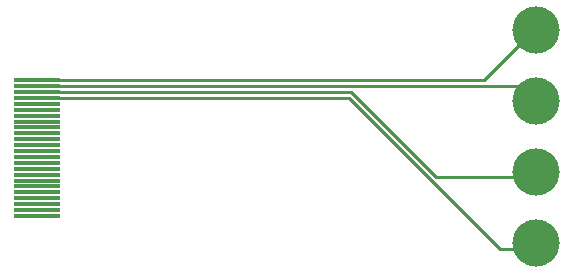
<source format=gbr>
%TF.GenerationSoftware,KiCad,Pcbnew,(5.1.12)-1*%
%TF.CreationDate,2022-06-15T15:17:17-04:00*%
%TF.ProjectId,flex_interface_x4,666c6578-5f69-46e7-9465-72666163655f,rev?*%
%TF.SameCoordinates,Original*%
%TF.FileFunction,Copper,L1,Top*%
%TF.FilePolarity,Positive*%
%FSLAX46Y46*%
G04 Gerber Fmt 4.6, Leading zero omitted, Abs format (unit mm)*
G04 Created by KiCad (PCBNEW (5.1.12)-1) date 2022-06-15 15:17:17*
%MOMM*%
%LPD*%
G01*
G04 APERTURE LIST*
%TA.AperFunction,ConnectorPad*%
%ADD10R,4.000000X0.300000*%
%TD*%
%TA.AperFunction,SMDPad,CuDef*%
%ADD11C,4.000000*%
%TD*%
%TA.AperFunction,Conductor*%
%ADD12C,0.250000*%
%TD*%
G04 APERTURE END LIST*
D10*
%TO.P,Z1,24*%
%TO.N,Net-(Z1-Pad24)*%
X90763080Y-95725640D03*
%TO.P,Z1,23*%
%TO.N,Net-(Z1-Pad23)*%
X90763080Y-95225640D03*
%TO.P,Z1,22*%
%TO.N,Net-(Z1-Pad22)*%
X90763080Y-94725640D03*
%TO.P,Z1,21*%
%TO.N,Net-(Z1-Pad21)*%
X90763080Y-94225640D03*
%TO.P,Z1,20*%
%TO.N,Net-(Z1-Pad20)*%
X90763080Y-93725640D03*
%TO.P,Z1,19*%
%TO.N,Net-(Z1-Pad19)*%
X90763080Y-93225640D03*
%TO.P,Z1,18*%
%TO.N,Net-(Z1-Pad18)*%
X90763080Y-92725640D03*
%TO.P,Z1,17*%
%TO.N,Net-(Z1-Pad17)*%
X90763080Y-92225640D03*
%TO.P,Z1,16*%
%TO.N,Net-(Z1-Pad16)*%
X90763080Y-91725640D03*
%TO.P,Z1,15*%
%TO.N,Net-(Z1-Pad15)*%
X90763080Y-91225640D03*
%TO.P,Z1,14*%
%TO.N,Net-(Z1-Pad14)*%
X90763080Y-90725640D03*
%TO.P,Z1,13*%
%TO.N,Net-(Z1-Pad13)*%
X90763080Y-90225640D03*
%TO.P,Z1,12*%
%TO.N,Net-(Z1-Pad12)*%
X90763080Y-89725640D03*
%TO.P,Z1,11*%
%TO.N,Net-(Z1-Pad11)*%
X90763080Y-89225640D03*
%TO.P,Z1,10*%
%TO.N,Net-(Z1-Pad10)*%
X90763080Y-88725640D03*
%TO.P,Z1,9*%
%TO.N,Net-(Z1-Pad9)*%
X90763080Y-88225640D03*
%TO.P,Z1,8*%
%TO.N,Net-(Z1-Pad8)*%
X90763080Y-87725640D03*
%TO.P,Z1,7*%
%TO.N,Net-(Z1-Pad7)*%
X90763080Y-87225640D03*
%TO.P,Z1,6*%
%TO.N,Net-(Z1-Pad6)*%
X90763080Y-86725640D03*
%TO.P,Z1,5*%
%TO.N,Net-(Z1-Pad5)*%
X90763080Y-86225640D03*
%TO.P,Z1,4*%
%TO.N,Net-(TP4-Pad1)*%
X90763080Y-85725640D03*
%TO.P,Z1,3*%
%TO.N,Net-(TP3-Pad1)*%
X90763080Y-85225640D03*
%TO.P,Z1,2*%
%TO.N,Net-(TP2-Pad1)*%
X90763080Y-84725640D03*
%TO.P,Z1,1*%
%TO.N,Net-(TP1-Pad1)*%
X90763080Y-84225640D03*
%TD*%
D11*
%TO.P,TP4,1*%
%TO.N,Net-(TP4-Pad1)*%
X133000000Y-98000000D03*
%TD*%
%TO.P,TP3,1*%
%TO.N,Net-(TP3-Pad1)*%
X133000000Y-92000000D03*
%TD*%
%TO.P,TP2,1*%
%TO.N,Net-(TP2-Pad1)*%
X133000000Y-86000000D03*
%TD*%
%TO.P,TP1,1*%
%TO.N,Net-(TP1-Pad1)*%
X133000000Y-80000000D03*
%TD*%
D12*
%TO.N,Net-(TP1-Pad1)*%
X133096000Y-79756000D02*
X128601361Y-84250639D01*
X90788079Y-84250639D02*
X90763080Y-84225640D01*
X128601361Y-84250639D02*
X90788079Y-84250639D01*
%TO.N,Net-(TP2-Pad1)*%
X132015640Y-84725640D02*
X90763080Y-84725640D01*
X133096000Y-85806000D02*
X132015640Y-84725640D01*
%TO.N,Net-(TP3-Pad1)*%
X133050000Y-92456000D02*
X124516590Y-92456000D01*
X117286230Y-85225640D02*
X90763080Y-85225640D01*
X124516590Y-92456000D02*
X117286230Y-85225640D01*
%TO.N,Net-(TP4-Pad1)*%
X133050000Y-98506000D02*
X129930180Y-98506000D01*
X117149820Y-85725640D02*
X90763080Y-85725640D01*
X129930180Y-98506000D02*
X117149820Y-85725640D01*
%TD*%
M02*

</source>
